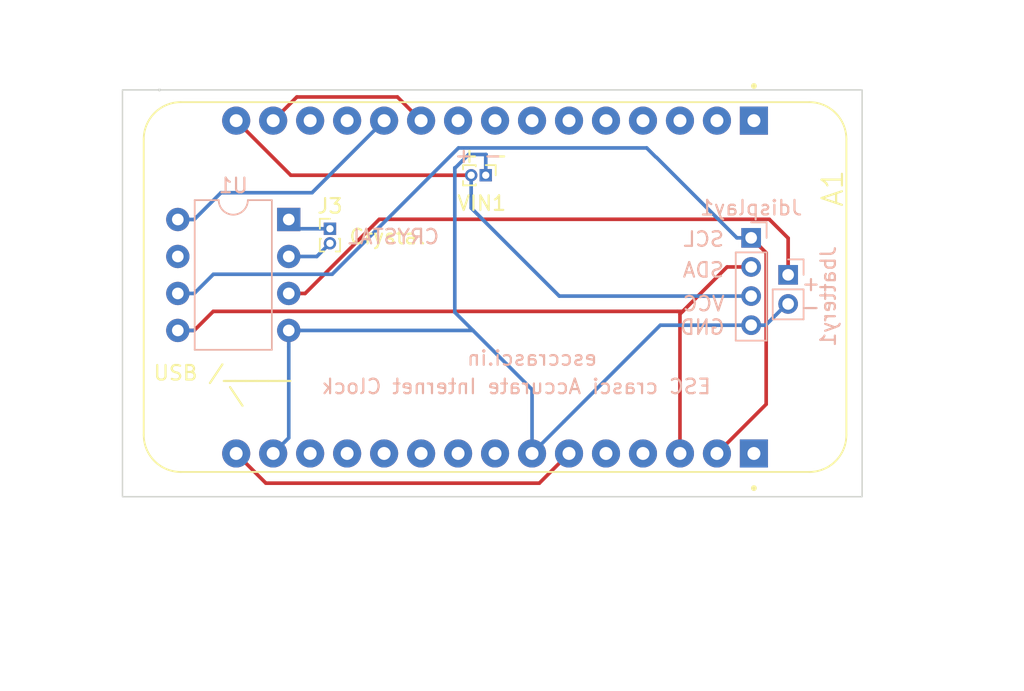
<source format=kicad_pcb>
(kicad_pcb (version 20221018) (generator pcbnew)
  (title_block (title "ESP8266 Accurate Clock") (date "04/06/23") (rev "2.0.1") (company "Atul Ravi (ESC crasci)"))
  (layers (0 "F.Cu" signal) (31 "B.Cu" signal) (34 "B.Paste" user) (35 "F.Paste" user) (36 "B.SilkS" user "B.Silkscreen") (37 "F.SilkS" user "F.Silkscreen") (38 "B.Mask" user) (39 "F.Mask" user) (44 "Edge.Cuts" user))
  (net 0 "")
  (net 10 "Net-(A1A-GND-PadJ1_10)")
  (net 11 "Net-(A1A-3V3)")
  (net 16 "gns")
  (net 17 "sda")
  (net 24 "scl")
  (net 27 "vout5")
  (net 28 "Net-(A1B-3V3-PadJ2_15)")
  (net 29 "Net-(Jbattery1-Pin_1)")
  (footprint "NodeMCU:SEEED_113990105" (layer "F.Cu") (at 144.4175 93.809 -90)
    (fp_text reference "A1" (at -6.78 -23.185 -90) (layer "F.SilkS") (effects (font (size 1.4 1.4))))
    (fp_text value "NODE MCU " hide)
    (fp_line (start -12.7 21.59) (end -12.7 -21.59) (stroke (width 0.127)) (layer "F.SilkS"))
    (fp_line (start -10.16 -24.13) (end 10.16 -24.13) (stroke (width 0.127)) (layer "F.SilkS"))
    (fp_line (start 10.16 24.13) (end -10.16 24.13) (stroke (width 0.127)) (layer "F.SilkS"))
    (fp_line (start 12.7 -21.59) (end 12.7 21.59) (stroke (width 0.127)) (layer "F.SilkS"))
    (fp_arc (start -12.7 -21.59) (mid -11.956051 -23.386051) (end -10.16 -24.13) (stroke (width 0.127)) (layer "F.SilkS"))
    (fp_arc (start -10.16 24.13) (mid -11.956051 23.386051) (end -12.7 21.59) (stroke (width 0.127)) (layer "F.SilkS"))
    (fp_arc (start 10.16 -24.13) (mid 11.956051 -23.386051) (end 12.7 -21.59) (stroke (width 0.127)) (layer "F.SilkS"))
    (fp_arc (start 12.7 21.59) (mid 11.956051 23.386051) (end 10.16 24.13) (stroke (width 0.127)) (layer "F.SilkS"))
    (fp_circle (center -13.81 -17.78) (end -13.71 -17.78) (stroke (width 0.2)) (fill none) (layer "F.SilkS"))
    (fp_circle (center 13.81 -17.78) (end 13.91 -17.78) (stroke (width 0.2)) (fill none) (layer "F.SilkS"))
    (pad "" np_thru_hole circle (at -10.16 -21.59 270) (size 3.2 3.2) (drill 3.2) (layers "*.Cu" "*.Mask"))
    (pad "" np_thru_hole circle (at -10.16 21.59 270) (size 3.2 3.2) (drill 3.2) (layers "*.Cu" "*.Mask"))
    (pad "" np_thru_hole circle (at 10.16 -21.59 270) (size 3.2 3.2) (drill 3.2) (layers "*.Cu" "*.Mask"))
    (pad "" np_thru_hole circle (at 10.16 21.59 270) (size 3.2 3.2) (drill 3.2) (layers "*.Cu" "*.Mask"))
    (pad "J1_1" thru_hole rect (at -11.43 -17.78 270) (size 1.93 1.93) (drill 0.889) (layers "*.Cu" "*.Mask"))
    (pad "J1_2" thru_hole circle (at -11.43 -15.24 270) (size 1.93 1.93) (drill 0.889) (layers "*.Cu" "*.Mask"))
    (pad "J1_3" thru_hole circle (at -11.43 -12.7 270) (size 1.93 1.93) (drill 0.889) (layers "*.Cu" "*.Mask"))
    (pad "J1_4" thru_hole circle (at -11.43 -10.16 270) (size 1.93 1.93) (drill 0.889) (layers "*.Cu" "*.Mask"))
    (pad "J1_5" thru_hole circle (at -11.43 -7.62 270) (size 1.93 1.93) (drill 0.889) (layers "*.Cu" "*.Mask"))
    (pad "J1_6" thru_hole circle (at -11.43 -5.08 270) (size 1.93 1.93) (drill 0.889) (layers "*.Cu" "*.Mask"))
    (pad "J1_7" thru_hole circle (at -11.43 -2.54 270) (size 1.93 1.93) (drill 0.889) (layers "*.Cu" "*.Mask"))
    (pad "J1_8" thru_hole circle (at -11.43 0 270) (size 1.93 1.93) (drill 0.889) (layers "*.Cu" "*.Mask"))
    (pad "J1_9" thru_hole circle (at -11.43 2.54 270) (size 1.93 1.93) (drill 0.889) (layers "*.Cu" "*.Mask"))
    (pad "J1_10" thru_hole circle (at -11.43 5.08 270) (size 1.93 1.93) (drill 0.889) (layers "*.Cu" "*.Mask") (net 10 "Net-(A1A-GND-PadJ1_10)"))
    (pad "J1_11" thru_hole circle (at -11.43 7.62 270) (size 1.93 1.93) (drill 0.889) (layers "*.Cu" "*.Mask") (net 11 "Net-(A1A-3V3)"))
    (pad "J1_12" thru_hole circle (at -11.43 10.16 270) (size 1.93 1.93) (drill 0.889) (layers "*.Cu" "*.Mask"))
    (pad "J1_13" thru_hole circle (at -11.43 12.7 270) (size 1.93 1.93) (drill 0.889) (layers "*.Cu" "*.Mask"))
    (pad "J1_14" thru_hole circle (at -11.43 15.24 270) (size 1.93 1.93) (drill 0.889) (layers "*.Cu" "*.Mask") (net 10 "Net-(A1A-GND-PadJ1_10)"))
    (pad "J1_15" thru_hole circle (at -11.43 17.78 270) (size 1.93 1.93) (drill 0.889) (layers "*.Cu" "*.Mask") (net 27 "vout5"))
    (pad "J2_1" thru_hole rect (at 11.43 -17.78 270) (size 1.93 1.93) (drill 0.889) (layers "*.Cu" "*.Mask"))
    (pad "J2_2" thru_hole circle (at 11.43 -15.24 270) (size 1.93 1.93) (drill 0.889) (layers "*.Cu" "*.Mask") (net 24 "scl"))
    (pad "J2_3" thru_hole circle (at 11.43 -12.7 270) (size 1.93 1.93) (drill 0.889) (layers "*.Cu" "*.Mask") (net 17 "sda"))
    (pad "J2_4" thru_hole circle (at 11.43 -10.16 270) (size 1.93 1.93) (drill 0.889) (layers "*.Cu" "*.Mask"))
    (pad "J2_5" thru_hole circle (at 11.43 -7.62 270) (size 1.93 1.93) (drill 0.889) (layers "*.Cu" "*.Mask"))
    (pad "J2_6" thru_hole circle (at 11.43 -5.08 270) (size 1.93 1.93) (drill 0.889) (layers "*.Cu" "*.Mask") (net 28 "Net-(A1B-3V3-PadJ2_15)"))
    (pad "J2_7" thru_hole circle (at 11.43 -2.54 270) (size 1.93 1.93) (drill 0.889) (layers "*.Cu" "*.Mask") (net 16 "gns"))
    (pad "J2_8" thru_hole circle (at 11.43 0 270) (size 1.93 1.93) (drill 0.889) (layers "*.Cu" "*.Mask"))
    (pad "J2_9" thru_hole circle (at 11.43 2.54 270) (size 1.93 1.93) (drill 0.889) (layers "*.Cu" "*.Mask"))
    (pad "J2_10" thru_hole circle (at 11.43 5.08 270) (size 1.93 1.93) (drill 0.889) (layers "*.Cu" "*.Mask"))
    (pad "J2_11" thru_hole circle (at 11.43 7.62 270) (size 1.93 1.93) (drill 0.889) (layers "*.Cu" "*.Mask"))
    (pad "J2_12" thru_hole circle (at 11.43 10.16 270) (size 1.93 1.93) (drill 0.889) (layers "*.Cu" "*.Mask"))
    (pad "J2_13" thru_hole circle (at 11.43 12.7 270) (size 1.93 1.93) (drill 0.889) (layers "*.Cu" "*.Mask"))
    (pad "J2_14" thru_hole circle (at 11.43 15.24 270) (size 1.93 1.93) (drill 0.889) (layers "*.Cu" "*.Mask") (net 16 "gns"))
    (pad "J2_15" thru_hole circle (at 11.43 17.78 270) (size 1.93 1.93) (drill 0.889) (layers "*.Cu" "*.Mask") (net 28 "Net-(A1B-3V3-PadJ2_15)"))
  )
  (footprint "Connector_PinHeader_1.00mm:PinHeader_1x02_P1.00mm_Vertical" (layer "F.Cu") (at 143.7775 86.129 -90)
    (fp_text reference "VIN1" (at 1.925 0.275) (layer "F.SilkS"))
    (fp_text value "Conn_01x02_Socket" hide)
    (fp_line (start -0.695 -0.685) (end 0 -0.685) (stroke (width 0.12)) (layer "F.SilkS"))
    (fp_line (start -0.695 0) (end -0.695 -0.685) (stroke (width 0.12)) (layer "F.SilkS"))
    (fp_line (start -0.695 0.685) (end -0.695 1.56) (stroke (width 0.12)) (layer "F.SilkS"))
    (fp_line (start -0.695 0.685) (end -0.608276 0.685) (stroke (width 0.12)) (layer "F.SilkS"))
    (fp_line (start -0.695 1.56) (end -0.394493 1.56) (stroke (width 0.12)) (layer "F.SilkS"))
    (fp_line (start 0.394493 1.56) (end 0.695 1.56) (stroke (width 0.12)) (layer "F.SilkS"))
    (fp_line (start 0.608276 0.685) (end 0.695 0.685) (stroke (width 0.12)) (layer "F.SilkS"))
    (fp_line (start 0.695 0.685) (end 0.695 1.56) (stroke (width 0.12)) (layer "F.SilkS"))
    (pad "1" thru_hole rect (at 0 0 270) (size 0.85 0.85) (drill 0.5) (layers "*.Cu" "*.Mask") (net 16 "gns"))
    (pad "2" thru_hole oval (at 0 1 270) (size 0.85 0.85) (drill 0.5) (layers "*.Cu" "*.Mask") (net 27 "vout5"))
  )
  (footprint "Connector_PinHeader_1.00mm:PinHeader_1x02_P1.00mm_Vertical" (layer "F.Cu") (at 133.0775 89.804)
    (fp_text reference "J3" (at 0 -1.56) (layer "F.SilkS"))
    (fp_text value "Conn_01x02_Socket" hide)
    (fp_line (start -0.695 -0.685) (end 0 -0.685) (stroke (width 0.12)) (layer "F.SilkS"))
    (fp_line (start -0.695 0) (end -0.695 -0.685) (stroke (width 0.12)) (layer "F.SilkS"))
    (fp_line (start -0.695 0.685) (end -0.695 1.56) (stroke (width 0.12)) (layer "F.SilkS"))
    (fp_line (start -0.695 0.685) (end -0.608276 0.685) (stroke (width 0.12)) (layer "F.SilkS"))
    (fp_line (start -0.695 1.56) (end -0.394493 1.56) (stroke (width 0.12)) (layer "F.SilkS"))
    (fp_line (start 0.394493 1.56) (end 0.695 1.56) (stroke (width 0.12)) (layer "F.SilkS"))
    (fp_line (start 0.608276 0.685) (end 0.695 0.685) (stroke (width 0.12)) (layer "F.SilkS"))
    (fp_line (start 0.695 0.685) (end 0.695 1.56) (stroke (width 0.12)) (layer "F.SilkS"))
    (pad "1" thru_hole rect (at 0 0) (size 0.85 0.85) (drill 0.5) (layers "*.Cu" "*.Mask"))
    (pad "2" thru_hole oval (at 0 1) (size 0.85 0.85) (drill 0.5) (layers "*.Cu" "*.Mask"))
  )
  (footprint "Package_DIP:DIP-8_W7.62mm" (layer "B.Cu") (at 130.2475 89.169 180)
    (fp_text reference "U1" (at 3.81 2.33) (layer "B.SilkS") (effects (justify mirror)))
    (fp_text value "DS1307+")
    (fp_line (start 1.16 -8.95) (end 6.46 -8.95) (stroke (width 0.12)) (layer "B.SilkS"))
    (fp_line (start 1.16 1.33) (end 1.16 -8.95) (stroke (width 0.12)) (layer "B.SilkS"))
    (fp_line (start 2.81 1.33) (end 1.16 1.33) (stroke (width 0.12)) (layer "B.SilkS"))
    (fp_line (start 6.46 -8.95) (end 6.46 1.33) (stroke (width 0.12)) (layer "B.SilkS"))
    (fp_line (start 6.46 1.33) (end 4.81 1.33) (stroke (width 0.12)) (layer "B.SilkS"))
    (fp_arc (start 2.81 1.33) (mid 3.81 0.33) (end 4.81 1.33) (stroke (width 0.12)) (layer "B.SilkS"))
    (pad "1" thru_hole rect (at 0 0 180) (size 1.6 1.6) (drill 0.8) (layers "*.Cu" "*.Mask"))
    (pad "2" thru_hole oval (at 0 -2.54 180) (size 1.6 1.6) (drill 0.8) (layers "*.Cu" "*.Mask"))
    (pad "3" thru_hole oval (at 0 -5.08 180) (size 1.6 1.6) (drill 0.8) (layers "*.Cu" "*.Mask") (net 29 "Net-(Jbattery1-Pin_1)"))
    (pad "4" thru_hole oval (at 0 -7.62 180) (size 1.6 1.6) (drill 0.8) (layers "*.Cu" "*.Mask") (net 16 "gns"))
    (pad "5" thru_hole oval (at 7.62 -7.62 180) (size 1.6 1.6) (drill 0.8) (layers "*.Cu" "*.Mask") (net 17 "sda"))
    (pad "6" thru_hole oval (at 7.62 -5.08 180) (size 1.6 1.6) (drill 0.8) (layers "*.Cu" "*.Mask") (net 24 "scl"))
    (pad "7" thru_hole oval (at 7.62 -2.54 180) (size 1.6 1.6) (drill 0.8) (layers "*.Cu" "*.Mask"))
    (pad "8" thru_hole oval (at 7.62 0 180) (size 1.6 1.6) (drill 0.8) (layers "*.Cu" "*.Mask") (net 11 "Net-(A1A-3V3)"))
  )
  (footprint "Connector_PinHeader_2.00mm:PinHeader_1x02_P2.00mm_Vertical" (layer "B.Cu") (at 164.5475 92.969 180)
    (fp_text reference "Jbattery1" (at -2.755 -1.485 270) (layer "B.SilkS") (effects (justify mirror)))
    (fp_text value "Conn_01x02_Socket" hide)
    (fp_line (start -1.06 -3.06) (end 1.06 -3.06) (stroke (width 0.12)) (layer "B.SilkS"))
    (fp_line (start -1.06 -1) (end -1.06 -3.06) (stroke (width 0.12)) (layer "B.SilkS"))
    (fp_line (start -1.06 -1) (end 1.06 -1) (stroke (width 0.12)) (layer "B.SilkS"))
    (fp_line (start -1.06 0) (end -1.06 1.06) (stroke (width 0.12)) (layer "B.SilkS"))
    (fp_line (start -1.06 1.06) (end 0 1.06) (stroke (width 0.12)) (layer "B.SilkS"))
    (fp_line (start 1.06 -1) (end 1.06 -3.06) (stroke (width 0.12)) (layer "B.SilkS"))
    (pad "1" thru_hole rect (at 0 0 180) (size 1.35 1.35) (drill 0.8) (layers "*.Cu" "*.Mask") (net 29 "Net-(Jbattery1-Pin_1)"))
    (pad "2" thru_hole oval (at 0 -2 180) (size 1.35 1.35) (drill 0.8) (layers "*.Cu" "*.Mask") (net 16 "gns"))
  )
  (footprint "Connector_PinHeader_2.00mm:PinHeader_1x04_P2.00mm_Vertical" (layer "B.Cu") (at 162.0075 90.429 180)
    (fp_text reference "Jdisplay1" (at 0 2.06) (layer "B.SilkS") (effects (justify mirror)))
    (fp_text value "Conn_01x04_Socket" hide)
    (fp_line (start -1.06 -7.06) (end 1.06 -7.06) (stroke (width 0.12)) (layer "B.SilkS"))
    (fp_line (start -1.06 -1) (end -1.06 -7.06) (stroke (width 0.12)) (layer "B.SilkS"))
    (fp_line (start -1.06 -1) (end 1.06 -1) (stroke (width 0.12)) (layer "B.SilkS"))
    (fp_line (start -1.06 0) (end -1.06 1.06) (stroke (width 0.12)) (layer "B.SilkS"))
    (fp_line (start -1.06 1.06) (end 0 1.06) (stroke (width 0.12)) (layer "B.SilkS"))
    (fp_line (start 1.06 -1) (end 1.06 -7.06) (stroke (width 0.12)) (layer "B.SilkS"))
    (pad "1" thru_hole rect (at 0 0 180) (size 1.35 1.35) (drill 0.8) (layers "*.Cu" "*.Mask") (net 24 "scl"))
    (pad "2" thru_hole oval (at 0 -2 180) (size 1.35 1.35) (drill 0.8) (layers "*.Cu" "*.Mask") (net 17 "sda"))
    (pad "3" thru_hole oval (at 0 -4 180) (size 1.35 1.35) (drill 0.8) (layers "*.Cu" "*.Mask") (net 27 "vout5"))
    (pad "4" thru_hole oval (at 0 -6 180) (size 1.35 1.35) (drill 0.8) (layers "*.Cu" "*.Mask") (net 16 "gns"))
  )
  (gr_circle (center 121.3675 80.269) (end 121.3675 80.269) (stroke (width 0.1)) (fill none) (layer "Edge.Cuts"))
  (gr_rect (start 118.8275 80.269) (end 169.6275 108.209) (stroke (width 0.1)) (fill none) (layer "Edge.Cuts"))
  (gr_circle (center 121.3675 80.269) (end 121.3675 80.269) (stroke (width 0.1)) (fill none) (layer "Edge.Cuts"))
  (gr_text "ESC crasci Accurate Internet Clock" (at 159.3275 101.229) (layer "B.SilkS") (effects (font (size 1 1)) (justify left bottom mirror)))
  (gr_text "+\n-\n" (at 166.8335 95.763) (layer "B.SilkS") (effects (font (size 1 1)) (justify left bottom mirror)))
  (gr_text "CRYSTAL\n" (at 140.6715 90.937) (layer "B.SilkS") (effects (font (size 1 1)) (justify left bottom mirror)))
  (gr_text "SCL\n\n" (at 160.2295 92.715) (layer "B.SilkS") (effects (font (size 1 1)) (justify left bottom mirror)))
  (gr_text "esccrasci.in" (at 151.5025 99.279) (layer "B.SilkS") (effects (font (size 1 1)) (justify left bottom mirror)))
  (gr_text "VCC\nGND\n" (at 160.2775 97.154) (layer "B.SilkS") (effects (font (size 1 1)) (justify left bottom mirror)))
  (gr_text "- +\n" (at 144.9895 85.349) (layer "B.SilkS") (effects (font (size 1 1)) (justify left bottom mirror)))
  (gr_text "SDA" (at 160.2295 93.223) (layer "B.SilkS") (effects (font (size 1 1)) (justify left bottom mirror)))
  (gr_text "+ -\n" (at 141.9415 85.349) (layer "F.SilkS") (effects (font (size 1 1)) (justify left bottom)))
  (gr_text "Crystal" (at 134.3215 90.937) (layer "F.SilkS") (effects (font (size 1 1)) (justify left bottom)))
  (gr_text "USB /______\n       \\" (at 120.8775 101.904) (layer "F.SilkS") (effects (font (size 1 1)) (justify left bottom)))
  (segment (start 130.8825 89.804) (end 130.2475 89.169) (width 0.25) (layer "B.Cu") (net 0))
  (segment (start 130.2475 91.709) (end 132.1725 91.709) (width 0.25) (layer "B.Cu") (net 0))
  (segment (start 133.0775 89.804) (end 130.8825 89.804) (width 0.25) (layer "B.Cu") (net 0))
  (segment (start 132.1725 91.709) (end 133.0775 90.804) (width 0.25) (layer "B.Cu") (net 0))
  (segment (start 137.7125 80.754) (end 130.8025 80.754) (width 0.25) (layer "F.Cu") (net 10))
  (segment (start 139.3375 82.379) (end 137.7125 80.754) (width 0.25) (layer "F.Cu") (net 10))
  (segment (start 130.8025 80.754) (end 129.1775 82.379) (width 0.25) (layer "F.Cu") (net 10))
  (segment (start 122.6275 89.169) (end 122.8875 89.169) (width 0.25) (layer "F.Cu") (net 11))
  (segment (start 131.8475 87.329) (end 136.7975 82.379) (width 0.25) (layer "B.Cu") (net 11))
  (segment (start 123.7526 89.169) (end 125.5926 87.329) (width 0.25) (layer "B.Cu") (net 11))
  (segment (start 122.6275 89.169) (end 123.7526 89.169) (width 0.25) (layer "B.Cu") (net 11))
  (segment (start 125.5926 87.329) (end 131.8475 87.329) (width 0.25) (layer "B.Cu") (net 11))
  (segment (start 143.7775 84.729) (end 143.7775 86.129) (width 0.25) (layer "B.Cu") (net 16))
  (segment (start 162.0075 96.429) (end 155.7675 96.429) (width 0.25) (layer "B.Cu") (net 16))
  (segment (start 146.9575 105.239) (end 146.9575 100.8472) (width 0.25) (layer "B.Cu") (net 16))
  (segment (start 128.9875 105.6388) (end 128.9875 105.669) (width 0.25) (layer "B.Cu") (net 16))
  (segment (start 142.8993 96.789) (end 141.6525 95.5422) (width 0.25) (layer "B.Cu") (net 16))
  (segment (start 129.1775 105.239) (end 130.2475 104.169) (width 0.25) (layer "B.Cu") (net 16))
  (segment (start 141.6775 85.629) (end 142.6025 84.704) (width 0.25) (layer "B.Cu") (net 16))
  (segment (start 146.9575 100.8472) (end 142.8993 96.789) (width 0.25) (layer "B.Cu") (net 16))
  (segment (start 155.7675 96.429) (end 149.1534 103.0431) (width 0.25) (layer "B.Cu") (net 16))
  (segment (start 128.9875 105.429) (end 129.1775 105.239) (width 0.25) (layer "B.Cu") (net 16))
  (segment (start 149.1534 103.0431) (end 146.9575 105.239) (width 0.25) (layer "B.Cu") (net 16))
  (segment (start 164.5475 94.969) (end 164.4625 94.969) (width 0.25) (layer "B.Cu") (net 16))
  (segment (start 142.8993 96.789) (end 130.2475 96.789) (width 0.25) (layer "B.Cu") (net 16))
  (segment (start 130.2475 96.789) (end 130.2475 97.9141) (width 0.25) (layer "B.Cu") (net 16))
  (segment (start 143.8025 84.704) (end 143.7775 84.729) (width 0.25) (layer "B.Cu") (net 16))
  (segment (start 142.6025 84.704) (end 143.8025 84.704) (width 0.25) (layer "B.Cu") (net 16))
  (segment (start 163.0025 96.429) (end 162.0075 96.429) (width 0.25) (layer "B.Cu") (net 16))
  (segment (start 141.6525 85.6204) (end 141.6607 85.6122) (width 0.25) (layer "B.Cu") (net 16))
  (segment (start 128.9875 105.6388) (end 128.9875 105.429) (width 0.25) (layer "B.Cu") (net 16))
  (segment (start 130.2475 104.169) (end 130.2475 97.9141) (width 0.25) (layer "B.Cu") (net 16))
  (segment (start 164.4625 94.969) (end 163.0025 96.429) (width 0.25) (layer "B.Cu") (net 16))
  (segment (start 141.6525 95.5422) (end 141.6525 85.6204) (width 0.25) (layer "B.Cu") (net 16))
  (segment (start 156.9326 95.479) (end 157.3024 95.479) (width 0.25) (layer "F.Cu") (net 17))
  (segment (start 157.3024 95.479) (end 157.1175 95.6639) (width 0.25) (layer "F.Cu") (net 17))
  (segment (start 157.1175 95.6639) (end 157.1175 105.239) (width 0.25) (layer "F.Cu") (net 17))
  (segment (start 160.3524 92.429) (end 162.0075 92.429) (width 0.25) (layer "F.Cu") (net 17))
  (segment (start 122.6275 96.789) (end 123.7526 96.789) (width 0.25) (layer "F.Cu") (net 17))
  (segment (start 125.0626 95.479) (end 156.9326 95.479) (width 0.25) (layer "F.Cu") (net 17))
  (segment (start 157.3024 95.479) (end 160.3524 92.429) (width 0.25) (layer "F.Cu") (net 17))
  (segment (start 123.7526 96.789) (end 125.0626 95.479) (width 0.25) (layer "F.Cu") (net 17))
  (segment (start 122.6275 96.789) (end 123.7525 96.789) (width 0.25) (layer "B.Cu") (net 17))
  (segment (start 162.0075 90.429) (end 163.0391 91.4606) (width 0.25) (layer "F.Cu") (net 24))
  (segment (start 163.0391 91.4606) (end 163.0391 101.8574) (width 0.25) (layer "F.Cu") (net 24))
  (segment (start 163.0391 101.8574) (end 159.6575 105.239) (width 0.25) (layer "F.Cu") (net 24))
  (segment (start 123.7525 94.249) (end 125.0725 92.929) (width 0.25) (layer "B.Cu") (net 24))
  (segment (start 161.0275 90.429) (end 162.0276 90.429) (width 0.25) (layer "B.Cu") (net 24))
  (segment (start 154.8324 84.254) (end 155.4521 84.8737) (width 0.25) (layer "B.Cu") (net 24))
  (segment (start 155.4972 84.8987) (end 161.0275 90.429) (width 0.25) (layer "B.Cu") (net 24))
  (segment (start 141.9041 84.254) (end 154.8324 84.254) (width 0.25) (layer "B.Cu") (net 24))
  (segment (start 133.2291 92.929) (end 141.9041 84.254) (width 0.25) (layer "B.Cu") (net 24))
  (segment (start 122.6275 94.249) (end 123.7525 94.249) (width 0.25) (layer "B.Cu") (net 24))
  (segment (start 125.0725 92.929) (end 133.2291 92.929) (width 0.25) (layer "B.Cu") (net 24))
  (segment (start 162.0276 90.429) (end 162.0526 90.454) (width 0.25) (layer "B.Cu") (net 24))
  (segment (start 130.3875 86.129) (end 142.7775 86.129) (width 0.25) (layer "F.Cu") (net 27))
  (segment (start 126.6375 82.379) (end 130.3875 86.129) (width 0.25) (layer "F.Cu") (net 27))
  (segment (start 142.7775 88.379) (end 142.7775 86.129) (width 0.25) (layer "B.Cu") (net 27))
  (segment (start 162.0075 94.429) (end 148.8275 94.429) (width 0.25) (layer "B.Cu") (net 27))
  (segment (start 148.8275 94.429) (end 142.7775 88.379) (width 0.25) (layer "B.Cu") (net 27))
  (segment (start 147.4575 107.279) (end 128.6775 107.279) (width 0.25) (layer "F.Cu") (net 28))
  (segment (start 149.4975 105.239) (end 147.4575 107.279) (width 0.25) (layer "F.Cu") (net 28))
  (segment (start 128.6775 107.279) (end 126.6375 105.239) (width 0.25) (layer "F.Cu") (net 28))
  (segment (start 130.2475 94.249) (end 131.3725 94.249) (width 0.25) (layer "F.Cu") (net 29))
  (segment (start 163.2525 89.154) (end 164.5475 90.449) (width 0.25) (layer "F.Cu") (net 29))
  (segment (start 131.3725 94.249) (end 136.4675 89.154) (width 0.25) (layer "F.Cu") (net 29))
  (segment (start 164.5475 90.449) (end 164.5475 92.969) (width 0.25) (layer "F.Cu") (net 29))
  (segment (start 136.4675 89.154) (end 163.2525 89.154) (width 0.25) (layer "F.Cu") (net 29))
)
</source>
